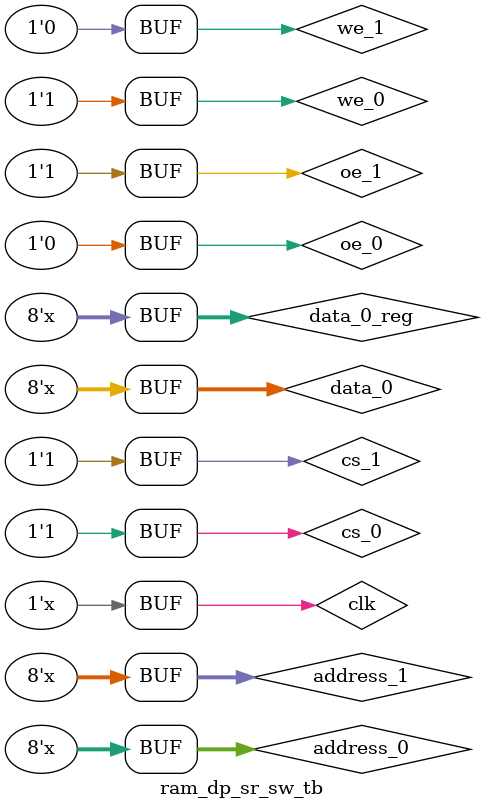
<source format=v>
`timescale 1ns / 1ps 
module ram_dp_sr_sw_tb;
	reg clk;  
	reg [7:0] address_0;  
	reg cs_0;  
	reg we_0;  
	reg oe_0;  
	reg [7:0] address_1;  
	reg cs_1;  
	reg we_1;  
	reg oe_1;  
	reg [7:0] data_0_reg; 	 
	
wire [7:0] data_0 = data_0_reg;  
wire [7:0] data_1; 

// Instantiate the Unit Under Test (UUT)  
ram_dp uut (.clk(clk),    
.address_0(address_0),   
.data_0(data_0),  
.cs_0(cs_0),   
.we_0(we_0),   
.oe_0(oe_0),   
.address_1(address_1),   
.data_1(data_1), 
.cs_1(cs_1),   
.we_1(we_1),   
.oe_1(oe_1)); 

initial begin 
	clk = 0;  
	address_0 = 1;
	cs_0 = 0;   
	we_0 = 0;   
	oe_0 = 0;  
	address_1 = 0;  
	cs_1 = 0;  
	we_1 = 0;  
	oe_1 = 0; 
	data_0_reg = 0;
	#100; 
end  
always begin    
#5   clk = ~clk; 
end	  

always begin   
#10   we_0 = 1; 
oe_0 = 0; 
cs_0 = 1;   
data_0_reg = data_0_reg + 1; 
address_0 = address_0 + 1; 
end  	
always begin
	#10   we_1 = 0;  
oe_1 = 1; 
cs_1 = 1;  
address_1 = address_1 + 1; 
end  
endmodule  

</source>
